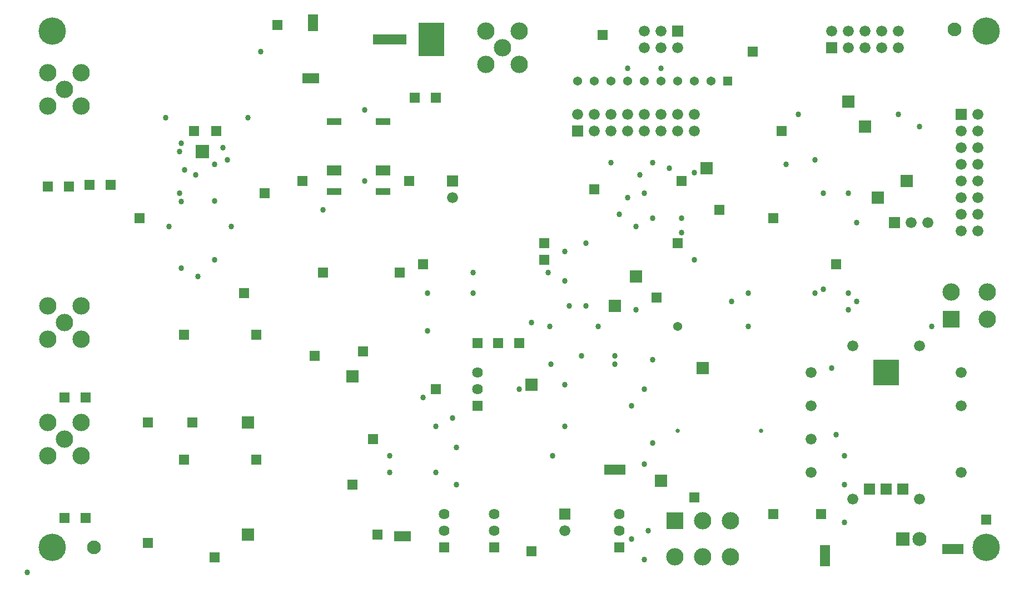
<source format=gbs>
*%FSLAX24Y24*%
*%MOIN*%
G01*
%ADD11C,0.0000*%
%ADD12C,0.0050*%
%ADD13C,0.0060*%
%ADD14C,0.0070*%
%ADD15C,0.0073*%
%ADD16C,0.0079*%
%ADD17C,0.0080*%
%ADD18C,0.0098*%
%ADD19C,0.0100*%
%ADD20C,0.0120*%
%ADD21C,0.0160*%
%ADD22C,0.0160*%
%ADD23C,0.0197*%
%ADD24C,0.0200*%
%ADD25C,0.0200*%
%ADD26C,0.0240*%
%ADD27O,0.0240X0.0800*%
%ADD28C,0.0250*%
%ADD29C,0.0260*%
%ADD30O,0.0280X0.0840*%
%ADD31C,0.0300*%
%ADD32C,0.0300*%
%ADD33C,0.0320*%
%ADD34C,0.0320*%
%ADD35C,0.0340*%
%ADD36C,0.0360*%
%ADD37C,0.0380*%
%ADD38C,0.0394*%
%ADD39C,0.0397*%
%ADD40C,0.0400*%
%ADD41C,0.0400*%
%ADD42C,0.0430*%
%ADD43C,0.0434*%
%ADD44C,0.0480*%
%ADD45C,0.0500*%
%ADD46C,0.0500*%
%ADD47O,0.0500X0.1000*%
%ADD48C,0.0520*%
%ADD49C,0.0540*%
%ADD50O,0.0540X0.1040*%
%ADD51C,0.0560*%
%ADD52C,0.0580*%
%ADD53C,0.0600*%
%ADD54C,0.0620*%
%ADD55C,0.0630*%
%ADD56C,0.0640*%
%ADD57C,0.0650*%
%ADD58C,0.0660*%
%ADD59C,0.0670*%
%ADD60C,0.0680*%
%ADD61C,0.0760*%
%ADD62O,0.0800X0.0240*%
%ADD63C,0.0800*%
%ADD64C,0.0827*%
%ADD65O,0.0840X0.0280*%
%ADD66C,0.0840*%
%ADD67C,0.0850*%
%ADD68C,0.0870*%
%ADD69C,0.1000*%
%ADD70C,0.1040*%
%ADD71C,0.1516*%
%ADD72C,0.1516*%
%ADD73C,0.1600*%
%ADD74C,0.1640*%
%ADD75C,0.1716*%
%ADD76C,0.2500*%
%ADD77R,0.0100X0.0320*%
%ADD78R,0.0140X0.0360*%
%ADD79R,0.0200X0.0200*%
%ADD80R,0.0300X0.0300*%
%ADD81R,0.0320X0.0100*%
%ADD82R,0.0340X0.0340*%
%ADD83R,0.0350X0.0550*%
%ADD84R,0.0360X0.0140*%
%ADD85R,0.0360X0.0360*%
%ADD86R,0.0394X0.0551*%
%ADD87R,0.0394X0.1102*%
%ADD88R,0.0400X0.0400*%
%ADD89R,0.0400X0.0400*%
%ADD90R,0.0400X0.0500*%
%ADD91R,0.0400X0.0750*%
%ADD92R,0.0434X0.0591*%
%ADD93R,0.0440X0.0540*%
%ADD94R,0.0500X0.0360*%
%ADD95R,0.0500X0.0400*%
%ADD96R,0.0500X0.0500*%
%ADD97R,0.0500X0.0500*%
%ADD98R,0.0500X0.1000*%
%ADD99R,0.0500X0.1200*%
%ADD100R,0.0540X0.0400*%
%ADD101R,0.0540X0.0440*%
%ADD102R,0.0540X0.0540*%
%ADD103R,0.0540X0.0960*%
%ADD104R,0.0540X0.1040*%
%ADD105R,0.0550X0.0350*%
%ADD106R,0.0551X0.1417*%
%ADD107R,0.0600X0.0600*%
%ADD108R,0.0600X0.1000*%
%ADD109R,0.0600X0.1250*%
%ADD110R,0.0620X0.0620*%
%ADD111R,0.0640X0.0640*%
%ADD112R,0.0640X0.1040*%
%ADD113R,0.0640X0.1290*%
%ADD114R,0.0650X0.0300*%
%ADD115R,0.0660X0.0660*%
%ADD116R,0.0700X0.0300*%
%ADD117R,0.0700X0.0340*%
%ADD118R,0.0700X0.0350*%
%ADD119R,0.0700X0.0700*%
%ADD120R,0.0709X0.0394*%
%ADD121R,0.0740X0.0740*%
%ADD122R,0.0749X0.0434*%
%ADD123R,0.0750X0.0300*%
%ADD124R,0.0750X0.0400*%
%ADD125R,0.0750X0.0550*%
%ADD126R,0.0800X0.0350*%
%ADD127R,0.0800X0.0550*%
%ADD128R,0.0800X0.0800*%
%ADD129R,0.0827X0.0394*%
%ADD130R,0.0827X0.0591*%
%ADD131R,0.0840X0.0840*%
%ADD132R,0.0850X0.0700*%
%ADD133R,0.0867X0.0434*%
%ADD134R,0.0867X0.0631*%
%ADD135R,0.0890X0.0740*%
%ADD136R,0.0960X0.0540*%
%ADD137R,0.1000X0.0600*%
%ADD138R,0.1000X0.1000*%
%ADD139R,0.1000X0.1000*%
%ADD140R,0.1040X0.0640*%
%ADD141R,0.1040X0.1040*%
%ADD142R,0.1102X0.0394*%
%ADD143R,0.1200X0.0500*%
%ADD144R,0.1200X0.1200*%
%ADD145R,0.1250X0.0600*%
%ADD146R,0.1290X0.0640*%
%ADD147R,0.1300X0.1300*%
%ADD148R,0.1400X0.1900*%
%ADD149R,0.1417X0.0551*%
%ADD150R,0.1500X0.0750*%
%ADD151R,0.1500X0.1500*%
%ADD152R,0.1500X0.2000*%
%ADD153R,0.1540X0.0790*%
%ADD154R,0.1540X0.1540*%
%ADD155R,0.1540X0.2040*%
%ADD156R,0.1600X0.0150*%
%ADD157R,0.1900X0.0500*%
%ADD158R,0.2000X0.0600*%
%ADD159R,0.2040X0.0640*%
%ADD160R,0.2500X0.2500*%
D11*
X87810Y60820D02*
D03*
Y51820D02*
D03*
X87560Y39220D02*
D03*
X87360Y45720D02*
D03*
Y43470D02*
D03*
X85060Y57820D02*
D03*
X84560Y63820D02*
D03*
X85560Y59820D02*
D03*
Y56320D02*
D03*
X85060Y51820D02*
D03*
X85560Y41820D02*
D03*
Y39820D02*
D03*
Y40820D02*
D03*
Y42820D02*
D03*
X86060Y46070D02*
D03*
X85310Y34570D02*
D03*
X83810Y57820D02*
D03*
Y60570D02*
D03*
X82560Y57820D02*
D03*
Y60570D02*
D03*
X83310Y42820D02*
D03*
Y40820D02*
D03*
Y39820D02*
D03*
Y41820D02*
D03*
X82810Y47820D02*
D03*
Y46070D02*
D03*
X81160Y51420D02*
D03*
X82310Y51570D02*
D03*
X81560Y53820D02*
D03*
X81060Y35320D02*
D03*
X81310Y41820D02*
D03*
Y39820D02*
D03*
Y40820D02*
D03*
Y42820D02*
D03*
X82310D02*
D03*
Y40820D02*
D03*
Y39820D02*
D03*
Y41820D02*
D03*
X81310Y33070D02*
D03*
X79060Y61570D02*
D03*
X78810Y57570D02*
D03*
Y56570D02*
D03*
X79310Y39070D02*
D03*
X76710Y55470D02*
D03*
X77310Y60820D02*
D03*
X77810Y63570D02*
D03*
X76810Y54070D02*
D03*
X78060Y37070D02*
D03*
X77310Y41320D02*
D03*
X78060Y43320D02*
D03*
Y41320D02*
D03*
X78310Y46120D02*
D03*
X76060Y51570D02*
D03*
X75060Y52570D02*
D03*
X75560Y56570D02*
D03*
X76060Y60820D02*
D03*
X74810Y42070D02*
D03*
X75310Y40820D02*
D03*
X74810Y45070D02*
D03*
X73310Y53820D02*
D03*
X73060Y60070D02*
D03*
X72810Y62820D02*
D03*
X73810Y51820D02*
D03*
X73060Y56320D02*
D03*
X73560Y46520D02*
D03*
Y42070D02*
D03*
Y37320D02*
D03*
Y36320D02*
D03*
X74060Y35320D02*
D03*
X71760Y52470D02*
D03*
X70860Y57970D02*
D03*
X71810Y65070D02*
D03*
X72610Y58270D02*
D03*
X72360Y45370D02*
D03*
X72060Y46570D02*
D03*
X71310Y43320D02*
D03*
X69560Y53570D02*
D03*
X69060Y39570D02*
D03*
Y36820D02*
D03*
Y43320D02*
D03*
X70560Y45320D02*
D03*
X69060Y47070D02*
D03*
X67060Y44070D02*
D03*
X67310Y48570D02*
D03*
Y46570D02*
D03*
X67810Y38070D02*
D03*
Y35320D02*
D03*
Y34070D02*
D03*
X65310Y53820D02*
D03*
X66410Y50620D02*
D03*
X66310Y42320D02*
D03*
X65310Y35320D02*
D03*
X65060Y39320D02*
D03*
X66060Y37570D02*
D03*
X66510Y43320D02*
D03*
X63060Y55070D02*
D03*
X63810Y60820D02*
D03*
X64310Y64520D02*
D03*
X63810Y38320D02*
D03*
X63760Y43220D02*
D03*
X64060Y36570D02*
D03*
X64560Y42320D02*
D03*
Y33570D02*
D03*
X62560Y58570D02*
D03*
X62610Y50700D02*
D03*
X62160Y45470D02*
D03*
X61410Y46220D02*
D03*
X62060Y33820D02*
D03*
X59060Y52070D02*
D03*
X60060Y61820D02*
D03*
X60010Y55420D02*
D03*
X59810Y39820D02*
D03*
Y43820D02*
D03*
Y38820D02*
D03*
X60310Y37820D02*
D03*
X60560Y36320D02*
D03*
X60310Y35320D02*
D03*
X59310Y42320D02*
D03*
X57310Y35320D02*
D03*
X57560Y61820D02*
D03*
X58310Y59570D02*
D03*
X58060Y53570D02*
D03*
X58310Y56570D02*
D03*
X58460Y47970D02*
D03*
X57060Y37070D02*
D03*
Y50070D02*
D03*
X58360Y43770D02*
D03*
X57060Y33570D02*
D03*
X56310Y59070D02*
D03*
Y57570D02*
D03*
Y43320D02*
D03*
X55310Y36820D02*
D03*
X55060Y49820D02*
D03*
X56160Y46020D02*
D03*
X53710Y55070D02*
D03*
X53560Y52570D02*
D03*
Y51070D02*
D03*
X54810Y57570D02*
D03*
X54560Y53070D02*
D03*
X53810Y43570D02*
D03*
X53560Y49320D02*
D03*
X54810Y35070D02*
D03*
X53060Y59320D02*
D03*
X51810Y54570D02*
D03*
X51560Y61820D02*
D03*
Y43820D02*
D03*
X51810Y37070D02*
D03*
X51310Y47920D02*
D03*
X49310Y53070D02*
D03*
Y64070D02*
D03*
X50310Y56570D02*
D03*
X50560Y61820D02*
D03*
X49310Y43820D02*
D03*
X51060Y35570D02*
D03*
X50710Y42770D02*
D03*
X47310Y54470D02*
D03*
X47810Y58820D02*
D03*
X48310Y55070D02*
D03*
X47310Y47570D02*
D03*
X48560Y48320D02*
D03*
X48810Y34320D02*
D03*
X46560Y51070D02*
D03*
X45560Y59570D02*
D03*
X46810Y64570D02*
D03*
Y62820D02*
D03*
X46560Y52570D02*
D03*
X45810Y47570D02*
D03*
X46310Y39820D02*
D03*
Y38320D02*
D03*
Y45820D02*
D03*
X47060Y36070D02*
D03*
Y35070D02*
D03*
X44310Y56320D02*
D03*
X44060Y65070D02*
D03*
Y53070D02*
D03*
X43560Y54320D02*
D03*
X44210Y62120D02*
D03*
X41560Y62070D02*
D03*
X42060Y49070D02*
D03*
X42560Y45820D02*
D03*
Y47320D02*
D03*
X43060Y43320D02*
D03*
Y42320D02*
D03*
X42310Y39570D02*
D03*
X42810Y37820D02*
D03*
X43060Y35070D02*
D03*
X40610Y62120D02*
D03*
X40060Y45820D02*
D03*
X41060Y43720D02*
D03*
Y36470D02*
D03*
X38310Y61070D02*
D03*
X39310Y62070D02*
D03*
X38810Y65070D02*
D03*
X38560Y50570D02*
D03*
X39310Y42070D02*
D03*
Y39070D02*
D03*
Y36820D02*
D03*
X36810Y57320D02*
D03*
X36610Y54670D02*
D03*
X36560Y53570D02*
D03*
X35560Y44070D02*
D03*
Y36570D02*
D03*
X33810Y54820D02*
D03*
Y59070D02*
D03*
X35310Y46320D02*
D03*
Y38820D02*
D03*
X33060Y49570D02*
D03*
D29*
X74810Y40820D02*
D03*
X69810D02*
D03*
D35*
X85060Y47070D02*
D03*
X84310Y59070D02*
D03*
X83060Y59820D02*
D03*
X80560Y53320D02*
D03*
Y48570D02*
D03*
X80060Y55070D02*
D03*
X78560D02*
D03*
X79310Y40570D02*
D03*
X79810Y39320D02*
D03*
Y37570D02*
D03*
Y35320D02*
D03*
X79060Y44570D02*
D03*
X80060Y48070D02*
D03*
Y49070D02*
D03*
X78560Y49320D02*
D03*
X77060Y59820D02*
D03*
X78060Y57070D02*
D03*
Y49070D02*
D03*
X76310Y56820D02*
D03*
X74060Y47070D02*
D03*
X73060Y48570D02*
D03*
X74060Y49070D02*
D03*
X70810Y56320D02*
D03*
Y51070D02*
D03*
X70060Y52720D02*
D03*
Y53570D02*
D03*
X69310Y56570D02*
D03*
X68810Y62570D02*
D03*
X68310Y53570D02*
D03*
Y56920D02*
D03*
Y40070D02*
D03*
Y45070D02*
D03*
X68060Y34820D02*
D03*
X66810Y54820D02*
D03*
X67810Y55070D02*
D03*
X67310Y53070D02*
D03*
X66810Y62570D02*
D03*
X67560Y56170D02*
D03*
X67310Y48070D02*
D03*
X67810Y43320D02*
D03*
X67060Y42320D02*
D03*
X67810Y38820D02*
D03*
Y33070D02*
D03*
X67060Y34320D02*
D03*
X66310Y53820D02*
D03*
X65810Y56920D02*
D03*
X65060Y47070D02*
D03*
X66060Y44820D02*
D03*
Y45320D02*
D03*
X64310Y52070D02*
D03*
X63060Y51570D02*
D03*
X64310Y48320D02*
D03*
X63310D02*
D03*
X63060Y43570D02*
D03*
X64060Y45320D02*
D03*
X63060Y41070D02*
D03*
Y49820D02*
D03*
X62310Y39320D02*
D03*
X61060Y47320D02*
D03*
X62060Y50320D02*
D03*
X62160Y47070D02*
D03*
X62210Y44820D02*
D03*
X60310Y43320D02*
D03*
X57560Y49070D02*
D03*
Y50320D02*
D03*
X56560Y37570D02*
D03*
X56310Y41570D02*
D03*
X56560Y39820D02*
D03*
X55310Y38320D02*
D03*
Y41070D02*
D03*
X54810Y49070D02*
D03*
Y46820D02*
D03*
X54560Y42820D02*
D03*
X52560Y38320D02*
D03*
Y39320D02*
D03*
X51060Y55820D02*
D03*
Y60070D02*
D03*
X48560Y54070D02*
D03*
X44810Y63570D02*
D03*
X44060Y59620D02*
D03*
X42060Y56820D02*
D03*
X42810Y57070D02*
D03*
X43060Y53070D02*
D03*
X42060Y51070D02*
D03*
Y54620D02*
D03*
X42560Y57820D02*
D03*
X39960Y57570D02*
D03*
X40910Y56170D02*
D03*
X40060Y54570D02*
D03*
Y50570D02*
D03*
X39960Y55070D02*
D03*
X40260Y56470D02*
D03*
X40060Y58070D02*
D03*
X41060Y50070D02*
D03*
X39310Y53070D02*
D03*
X39110Y59620D02*
D03*
X30810Y32320D02*
D03*
D43*
X34810Y33820D02*
D03*
X86410Y64920D02*
D03*
D49*
X69810Y47070D02*
D03*
X63810Y61820D02*
D03*
X64810D02*
D03*
X65810D02*
D03*
X66810D02*
D03*
X67810D02*
D03*
X68810D02*
D03*
X69810D02*
D03*
X70810D02*
D03*
X71810D02*
D03*
D56*
X58810Y35820D02*
D03*
Y34820D02*
D03*
X55810Y35820D02*
D03*
Y34820D02*
D03*
X66310Y35820D02*
D03*
Y34820D02*
D03*
X57810Y44320D02*
D03*
Y43320D02*
D03*
D58*
X84810Y53320D02*
D03*
X83810D02*
D03*
X87810Y58820D02*
D03*
Y59820D02*
D03*
X86810Y58820D02*
D03*
Y57820D02*
D03*
X87810D02*
D03*
X86810Y56820D02*
D03*
X87810D02*
D03*
X86810Y55820D02*
D03*
X87810D02*
D03*
X86810Y54820D02*
D03*
X87810D02*
D03*
X86810Y53820D02*
D03*
X87810D02*
D03*
X86810Y52820D02*
D03*
X87810D02*
D03*
X63060Y34820D02*
D03*
X86810Y44320D02*
D03*
Y42320D02*
D03*
Y38320D02*
D03*
X84310Y45920D02*
D03*
Y36720D02*
D03*
X80310Y45920D02*
D03*
Y36720D02*
D03*
X77810Y38320D02*
D03*
Y40320D02*
D03*
Y42320D02*
D03*
Y44320D02*
D03*
X82060Y64820D02*
D03*
X81060D02*
D03*
X80060D02*
D03*
X79060D02*
D03*
X83060Y63820D02*
D03*
X82060D02*
D03*
X81060D02*
D03*
X80060D02*
D03*
X83060Y64820D02*
D03*
X69810Y63820D02*
D03*
X67810D02*
D03*
Y64820D02*
D03*
X68810Y63820D02*
D03*
Y64820D02*
D03*
X64810Y59820D02*
D03*
X63810D02*
D03*
X64810Y58820D02*
D03*
X65810D02*
D03*
Y59820D02*
D03*
X66810Y58820D02*
D03*
Y59820D02*
D03*
X67810Y58820D02*
D03*
Y59820D02*
D03*
X68810Y58820D02*
D03*
Y59820D02*
D03*
X69810Y58820D02*
D03*
Y59820D02*
D03*
X70810Y58820D02*
D03*
Y59820D02*
D03*
X56310Y54820D02*
D03*
D64*
X34810Y33820D02*
D03*
X86410Y64920D02*
D03*
D66*
X84310Y34320D02*
D03*
D70*
X33060Y40320D02*
D03*
X32060Y41320D02*
D03*
X34060Y39320D02*
D03*
X32060D02*
D03*
X34060Y41320D02*
D03*
X88393Y49147D02*
D03*
Y47493D02*
D03*
X86227Y49147D02*
D03*
X72964Y33237D02*
D03*
Y35403D02*
D03*
X71310D02*
D03*
Y33237D02*
D03*
X69656D02*
D03*
X59310Y63820D02*
D03*
X58310Y64820D02*
D03*
X60310Y62820D02*
D03*
X58310D02*
D03*
X60310Y64820D02*
D03*
X33060Y61320D02*
D03*
X32060Y62320D02*
D03*
X34060Y60320D02*
D03*
X32060D02*
D03*
X34060Y62320D02*
D03*
X33060Y47320D02*
D03*
X32060Y48320D02*
D03*
X34060Y46320D02*
D03*
X32060D02*
D03*
X34060Y48320D02*
D03*
D74*
X32310Y33820D02*
D03*
X88310D02*
D03*
Y64820D02*
D03*
X32310D02*
D03*
D102*
X72810Y61820D02*
D03*
D111*
X33060Y35570D02*
D03*
X34310D02*
D03*
X38060Y34070D02*
D03*
X33060Y42820D02*
D03*
X34310D02*
D03*
X38060Y41320D02*
D03*
X40710D02*
D03*
X44560Y39070D02*
D03*
X40210D02*
D03*
X42060Y33220D02*
D03*
X50310Y37570D02*
D03*
X58810Y33820D02*
D03*
X55810D02*
D03*
X51810Y34570D02*
D03*
X51560Y40320D02*
D03*
X48560Y50320D02*
D03*
X53160D02*
D03*
X54560Y50820D02*
D03*
X61810Y51070D02*
D03*
Y52070D02*
D03*
X60310Y46070D02*
D03*
X59060D02*
D03*
X57810D02*
D03*
X68560Y48820D02*
D03*
X69810Y52070D02*
D03*
X72310Y54070D02*
D03*
X70060Y55820D02*
D03*
X76060Y58820D02*
D03*
X75560Y53570D02*
D03*
X79310Y50820D02*
D03*
X70810Y36820D02*
D03*
X66310Y33820D02*
D03*
X61060Y33570D02*
D03*
X75560Y35820D02*
D03*
X78410D02*
D03*
X88310Y35470D02*
D03*
X74310Y63570D02*
D03*
X65310Y64570D02*
D03*
X64810Y55320D02*
D03*
X53710Y55820D02*
D03*
X54060Y60820D02*
D03*
X55310D02*
D03*
X45810Y65170D02*
D03*
X42160Y58820D02*
D03*
X40810D02*
D03*
X32060Y55470D02*
D03*
X33310D02*
D03*
X34560Y55570D02*
D03*
X35810D02*
D03*
X37560Y53570D02*
D03*
X40210Y46570D02*
D03*
X44560D02*
D03*
X43810Y49070D02*
D03*
X45060Y55070D02*
D03*
X47310Y55820D02*
D03*
X48060Y45320D02*
D03*
X50960Y45570D02*
D03*
X55310Y43320D02*
D03*
X57810Y42320D02*
D03*
D112*
X47960Y65320D02*
D03*
D113*
X78660Y33320D02*
D03*
D115*
X82810Y53320D02*
D03*
X86810Y59820D02*
D03*
X63060Y35820D02*
D03*
X82310Y37320D02*
D03*
X83310D02*
D03*
X81310D02*
D03*
X79060Y63820D02*
D03*
X69810Y64820D02*
D03*
X63810Y58820D02*
D03*
X56310Y55820D02*
D03*
D121*
X44060Y41320D02*
D03*
Y34570D02*
D03*
X50310Y44070D02*
D03*
X61060Y43570D02*
D03*
X71310Y44570D02*
D03*
X67310Y50070D02*
D03*
X66060Y48320D02*
D03*
X71560Y56570D02*
D03*
X81810Y54820D02*
D03*
X83560Y55820D02*
D03*
X68810Y37820D02*
D03*
X81060Y59070D02*
D03*
X80060Y60570D02*
D03*
D131*
X83310Y34320D02*
D03*
X41310Y57570D02*
D03*
D133*
X52158Y55190D02*
D03*
X49206D02*
D03*
X52158Y59363D02*
D03*
X49206D02*
D03*
D134*
Y56450D02*
D03*
X52158D02*
D03*
D140*
X53310Y34470D02*
D03*
X47810Y61970D02*
D03*
D141*
X86227Y47493D02*
D03*
X69656Y35403D02*
D03*
D146*
X66060Y38470D02*
D03*
X86310Y33720D02*
D03*
D154*
X82310Y44320D02*
D03*
D155*
X55060Y64320D02*
D03*
D159*
X52560D02*
D03*
M02*

</source>
